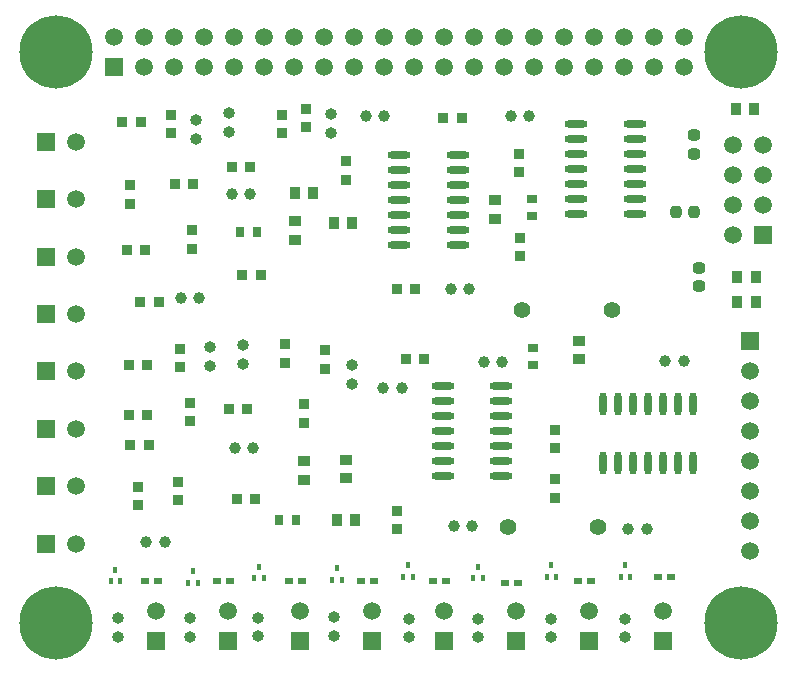
<source format=gbr>
%TF.GenerationSoftware,KiCad,Pcbnew,7.0.1-3b83917a11~172~ubuntu22.04.1*%
%TF.CreationDate,2023-03-24T22:05:32-05:00*%
%TF.ProjectId,pi_hat_forclayton3,70695f68-6174-45f6-966f-72636c617974,rev?*%
%TF.SameCoordinates,Original*%
%TF.FileFunction,Soldermask,Top*%
%TF.FilePolarity,Negative*%
%FSLAX46Y46*%
G04 Gerber Fmt 4.6, Leading zero omitted, Abs format (unit mm)*
G04 Created by KiCad (PCBNEW 7.0.1-3b83917a11~172~ubuntu22.04.1) date 2023-03-24 22:05:32*
%MOMM*%
%LPD*%
G01*
G04 APERTURE LIST*
G04 Aperture macros list*
%AMRoundRect*
0 Rectangle with rounded corners*
0 $1 Rounding radius*
0 $2 $3 $4 $5 $6 $7 $8 $9 X,Y pos of 4 corners*
0 Add a 4 corners polygon primitive as box body*
4,1,4,$2,$3,$4,$5,$6,$7,$8,$9,$2,$3,0*
0 Add four circle primitives for the rounded corners*
1,1,$1+$1,$2,$3*
1,1,$1+$1,$4,$5*
1,1,$1+$1,$6,$7*
1,1,$1+$1,$8,$9*
0 Add four rect primitives between the rounded corners*
20,1,$1+$1,$2,$3,$4,$5,0*
20,1,$1+$1,$4,$5,$6,$7,0*
20,1,$1+$1,$6,$7,$8,$9,0*
20,1,$1+$1,$8,$9,$2,$3,0*%
G04 Aperture macros list end*
%ADD10R,0.419989X0.499999*%
%ADD11R,0.319989X0.499999*%
%ADD12C,6.200013*%
%ADD13RoundRect,0.235001X-0.235000X-0.274993X0.235000X-0.274993X0.235000X0.274993X-0.235000X0.274993X0*%
%ADD14R,0.810006X0.980008*%
%ADD15R,0.870001X0.929996*%
%ADD16O,1.019988X0.940003*%
%ADD17R,0.929996X0.870001*%
%ADD18O,0.940003X1.019988*%
%ADD19R,1.499997X1.499997*%
%ADD20C,1.499997*%
%ADD21R,0.980008X0.810006*%
%ADD22R,0.920013X0.970001*%
%ADD23R,0.699999X0.499999*%
%ADD24O,1.969999X0.599999*%
%ADD25R,0.970001X0.920013*%
%ADD26R,0.920013X0.980008*%
%ADD27RoundRect,0.235001X-0.274993X0.235000X-0.274993X-0.235000X0.274993X-0.235000X0.274993X0.235000X0*%
%ADD28C,1.399997*%
%ADD29R,0.650011X0.899998*%
%ADD30R,0.899998X0.650011*%
%ADD31O,0.599999X1.969999*%
G04 APERTURE END LIST*
D10*
%TO.C,Q1_H7*%
X46472975Y-48031952D03*
D11*
X46072976Y-49032000D03*
X46872974Y-49032000D03*
%TD*%
D12*
%TO.C,*%
X4556600Y-4627771D03*
%TD*%
D13*
%TO.C,R31*%
X57005009Y-18171000D03*
X58584991Y-18171000D03*
%TD*%
D14*
%TO.C,R23_A_IN_1*%
X24766059Y-16520000D03*
X26308042Y-16520000D03*
%TD*%
D15*
%TO.C,R19_A_IN_1*%
X14597017Y-15758000D03*
X16156983Y-15758000D03*
%TD*%
D16*
%TO.C,R1_H8*%
X52696001Y-54143140D03*
X52696001Y-52563159D03*
%TD*%
D12*
%TO.C,*%
X62494000Y-52956148D03*
%TD*%
D17*
%TO.C,R2_A_IN_1*%
X43825000Y-21871983D03*
X43825000Y-20312017D03*
%TD*%
D18*
%TO.C,R20_A_IN_1*%
X32323982Y-10030148D03*
X30744000Y-10030148D03*
%TD*%
D19*
%TO.C,M\u002A1_H8*%
X55890000Y-54496150D03*
D20*
X55890000Y-51956150D03*
%TD*%
D16*
%TO.C,R1_H5*%
X34427000Y-54140042D03*
X34427000Y-52560060D03*
%TD*%
D21*
%TO.C,R23_A_IN_2*%
X25536949Y-40785992D03*
X25536949Y-39243958D03*
%TD*%
D18*
%TO.C,R17_A_IN_1*%
X57695991Y-30731148D03*
X56116009Y-30731148D03*
%TD*%
D22*
%TO.C,C2_A_IN_1*%
X20978005Y-14348148D03*
X19427995Y-14348148D03*
%TD*%
D19*
%TO.C,P3*%
X64399000Y-20076000D03*
D20*
X61859000Y-20076000D03*
X64399000Y-17536000D03*
X61859000Y-17536000D03*
X64399000Y-14996000D03*
X61859000Y-14996000D03*
X64399000Y-12456000D03*
X61859000Y-12456000D03*
%TD*%
D23*
%TO.C,D1_H7*%
X49836012Y-49413000D03*
X48735988Y-49413000D03*
%TD*%
%TO.C,D1_H6*%
X43613012Y-49540000D03*
X42512988Y-49540000D03*
%TD*%
D16*
%TO.C,R12_A_IN_2*%
X20339957Y-29433055D03*
X20339957Y-31013087D03*
%TD*%
D18*
%TO.C,R21_A_IN_1*%
X19413009Y-16634148D03*
X20992991Y-16634148D03*
%TD*%
D24*
%TO.C,U2_A_IN_2*%
X42245983Y-40510097D03*
X42245983Y-39240097D03*
X42245983Y-37970097D03*
X42245983Y-36700097D03*
X42245983Y-35430097D03*
X42245983Y-34160097D03*
X42245983Y-32890097D03*
X37295981Y-32890097D03*
X37295981Y-34160097D03*
X37295981Y-35430097D03*
X37295981Y-36700097D03*
X37295981Y-37970097D03*
X37295981Y-39240097D03*
X37295981Y-40510097D03*
%TD*%
D19*
%TO.C,M\u002A1_H5*%
X37385998Y-54496150D03*
D20*
X37385998Y-51956150D03*
%TD*%
D19*
%TO.C,M\u002A1_H6*%
X43462999Y-54496150D03*
D20*
X43462999Y-51956150D03*
%TD*%
D19*
%TO.C,M\u002A1_H4*%
X31289998Y-54496150D03*
D20*
X31289998Y-51956150D03*
%TD*%
D15*
%TO.C,R22_A_IN_2*%
X34154966Y-30604148D03*
X35714932Y-30604148D03*
%TD*%
D17*
%TO.C,R18_A_IN_2*%
X25537000Y-34408966D03*
X25537000Y-35968932D03*
%TD*%
D25*
%TO.C,C4_A_IN_2*%
X11440051Y-42948954D03*
X11440051Y-41398944D03*
%TD*%
D18*
%TO.C,R27_A_IN_1*%
X15095009Y-25409949D03*
X16674991Y-25409949D03*
%TD*%
D21*
%TO.C,R8_A_IN_2*%
X48787957Y-29071054D03*
X48787957Y-30613088D03*
%TD*%
D24*
%TO.C,U3_A_IN_1*%
X48589024Y-10678000D03*
X48589024Y-11948000D03*
X48589024Y-13218000D03*
X48589024Y-14488000D03*
X48589024Y-15758000D03*
X48589024Y-17028000D03*
X48589024Y-18298000D03*
X53539027Y-18298000D03*
X53539027Y-17028000D03*
X53539027Y-15758000D03*
X53539027Y-14488000D03*
X53539027Y-13218000D03*
X53539027Y-11948000D03*
X53539027Y-10678000D03*
%TD*%
D26*
%TO.C,C7*%
X63777005Y-25791000D03*
X62226995Y-25791000D03*
%TD*%
D18*
%TO.C,R17_A_IN_2*%
X54530947Y-44955148D03*
X52950966Y-44955148D03*
%TD*%
D16*
%TO.C,R26_A_IN_1*%
X27823000Y-9875157D03*
X27823000Y-11455138D03*
%TD*%
D22*
%TO.C,C3_A_IN_2*%
X12224961Y-35303097D03*
X10674952Y-35303097D03*
%TD*%
D17*
%TO.C,R15_A_IN_1*%
X23632000Y-11445131D03*
X23632000Y-9885164D03*
%TD*%
D18*
%TO.C,R5_A_IN_2*%
X38209009Y-44701148D03*
X39789042Y-44701148D03*
%TD*%
D10*
%TO.C,Q1_H8*%
X52733999Y-48032002D03*
D11*
X52334000Y-49032000D03*
X53133998Y-49032000D03*
%TD*%
D17*
%TO.C,R6_A_IN_1*%
X14234000Y-11457983D03*
X14234000Y-9898017D03*
%TD*%
%TO.C,R6_A_IN_2*%
X15005957Y-31257080D03*
X15005957Y-29697063D03*
%TD*%
D26*
%TO.C,C5*%
X63777005Y-23632000D03*
X62226995Y-23632000D03*
%TD*%
D27*
%TO.C,R30*%
X58938000Y-22842009D03*
X58938000Y-24421991D03*
%TD*%
D16*
%TO.C,R1_H4*%
X28077000Y-54012991D03*
X28077000Y-52433009D03*
%TD*%
D17*
%TO.C,R19_A_IN_2*%
X15894957Y-34269114D03*
X15894957Y-35829080D03*
%TD*%
%TO.C,R28_A_IN_1*%
X25664000Y-10950009D03*
X25664000Y-9389991D03*
%TD*%
D10*
%TO.C,Q1_H3*%
X21708001Y-48158952D03*
D11*
X21308002Y-49159000D03*
X22108000Y-49159000D03*
%TD*%
D16*
%TO.C,R4_A_IN_2*%
X17545957Y-29560055D03*
X17545957Y-31140087D03*
%TD*%
D19*
%TO.C,MK3_A_IN_2*%
X3711034Y-36500554D03*
D20*
X6251034Y-36500554D03*
%TD*%
D19*
%TO.C,P2*%
X63256000Y-29093000D03*
D20*
X63256000Y-31633000D03*
X63256000Y-34173000D03*
X63256000Y-36713000D03*
X63256000Y-39253000D03*
X63256000Y-41793000D03*
X63256000Y-44333000D03*
X63256000Y-46873000D03*
%TD*%
D21*
%TO.C,R29_A_IN_2*%
X29093000Y-39117008D03*
X29093000Y-40659042D03*
%TD*%
D19*
%TO.C,M\u002A1_H3*%
X25193998Y-54496150D03*
D20*
X25193998Y-51956150D03*
%TD*%
D15*
%TO.C,R11_A_IN_2*%
X10688008Y-31112097D03*
X12248025Y-31112097D03*
%TD*%
D14*
%TO.C,R16_A_IN_1*%
X28068008Y-19060000D03*
X29609992Y-19060000D03*
%TD*%
D12*
%TO.C,*%
X4494014Y-52956148D03*
%TD*%
D19*
%TO.C,MK4_A_IN_2*%
X3711034Y-46225097D03*
D20*
X6251034Y-46225097D03*
%TD*%
D23*
%TO.C,D1_H4*%
X31421012Y-49413000D03*
X30320988Y-49413000D03*
%TD*%
D17*
%TO.C,R15_A_IN_2*%
X23886000Y-30888932D03*
X23886000Y-29328915D03*
%TD*%
D23*
%TO.C,D1_H8*%
X56567012Y-49032000D03*
X55466988Y-49032000D03*
%TD*%
D18*
%TO.C,R5_A_IN_1*%
X37955009Y-24635148D03*
X39534991Y-24635148D03*
%TD*%
D16*
%TO.C,R1_H2*%
X15847002Y-54127138D03*
X15847002Y-52547157D03*
%TD*%
D17*
%TO.C,R2_A_IN_2*%
X46746000Y-42319034D03*
X46746000Y-40759017D03*
%TD*%
D28*
%TO.C,R14_A_IN_1*%
X51572000Y-26426000D03*
X43952000Y-26426000D03*
%TD*%
D19*
%TO.C,M\u002A1_H2*%
X19060000Y-54496150D03*
D20*
X19060000Y-51956150D03*
%TD*%
D29*
%TO.C,R9_A_IN_2*%
X23415033Y-44206051D03*
X24865018Y-44206051D03*
%TD*%
%TO.C,R9_A_IN_1*%
X20112982Y-19822000D03*
X21563018Y-19822000D03*
%TD*%
D16*
%TO.C,R1_H7*%
X46473001Y-54143140D03*
X46473001Y-52563159D03*
%TD*%
%TO.C,R26_A_IN_2*%
X29601051Y-31084106D03*
X29601051Y-32664138D03*
%TD*%
D18*
%TO.C,R20_A_IN_2*%
X33789511Y-33041125D03*
X32209529Y-33041125D03*
%TD*%
D23*
%TO.C,D1_H3*%
X25325012Y-49413000D03*
X24224988Y-49413000D03*
%TD*%
D25*
%TO.C,C3_A_IN_1*%
X10805051Y-17422005D03*
X10805051Y-15871995D03*
%TD*%
D16*
%TO.C,R1_H3*%
X21601422Y-54049923D03*
X21601422Y-52469941D03*
%TD*%
D17*
%TO.C,R18_A_IN_1*%
X29093000Y-13834966D03*
X29093000Y-15394932D03*
%TD*%
D19*
%TO.C,P1*%
X9426593Y-5897771D03*
D20*
X9426593Y-3357771D03*
X11966593Y-5897771D03*
X11966593Y-3357771D03*
X14506593Y-5897771D03*
X14506593Y-3357771D03*
X17046593Y-5897771D03*
X17046593Y-3357771D03*
X19586593Y-5897771D03*
X19586593Y-3357771D03*
X22126593Y-5897771D03*
X22126593Y-3357771D03*
X24666593Y-5897771D03*
X24666593Y-3357771D03*
X27206593Y-5897771D03*
X27206593Y-3357771D03*
X29746593Y-5897771D03*
X29746593Y-3357771D03*
X32286593Y-5897771D03*
X32286593Y-3357771D03*
X34826593Y-5897771D03*
X34826593Y-3357771D03*
X37366593Y-5897771D03*
X37366593Y-3357771D03*
X39906593Y-5897771D03*
X39906593Y-3357771D03*
X42446593Y-5897771D03*
X42446593Y-3357771D03*
X44986593Y-5897771D03*
X44986593Y-3357771D03*
X47526593Y-5897771D03*
X47526593Y-3357771D03*
X50066593Y-5897771D03*
X50066593Y-3357771D03*
X52606593Y-5897771D03*
X52606593Y-3357771D03*
X55146593Y-5897771D03*
X55146593Y-3357771D03*
X57686593Y-5897771D03*
X57686593Y-3357771D03*
%TD*%
D19*
%TO.C,M\u002A1_H7*%
X49685999Y-54496150D03*
D20*
X49685999Y-51956150D03*
%TD*%
D28*
%TO.C,R14_A_IN_2*%
X50456991Y-44828097D03*
X42836991Y-44828097D03*
%TD*%
D22*
%TO.C,C1_A_IN_2*%
X12369995Y-37843097D03*
X10819986Y-37843097D03*
%TD*%
D15*
%TO.C,R11_A_IN_1*%
X10152017Y-10550949D03*
X11711983Y-10550949D03*
%TD*%
%TO.C,R3_A_IN_1*%
X20312017Y-23504949D03*
X21871983Y-23504949D03*
%TD*%
D17*
%TO.C,R10_A_IN_2*%
X46746051Y-36555114D03*
X46746051Y-38115131D03*
%TD*%
D18*
%TO.C,R13_A_IN_2*%
X40749009Y-30871000D03*
X42329042Y-30871000D03*
%TD*%
D19*
%TO.C,MK2_A_IN_2*%
X3711034Y-31638284D03*
D20*
X6251034Y-31638284D03*
%TD*%
D15*
%TO.C,R3_A_IN_2*%
X19822000Y-42428000D03*
X21382017Y-42428000D03*
%TD*%
D16*
%TO.C,R1_H1*%
X9751002Y-54127138D03*
X9751002Y-52547157D03*
%TD*%
%TO.C,R4_A_IN_1*%
X16393000Y-10383157D03*
X16393000Y-11963138D03*
%TD*%
%TO.C,R12_A_IN_1*%
X19187000Y-9748157D03*
X19187000Y-11328138D03*
%TD*%
D19*
%TO.C,M\u002A1_H1*%
X12964000Y-54496150D03*
D20*
X12964000Y-51956150D03*
%TD*%
D14*
%TO.C,R16_A_IN_2*%
X28322008Y-44206051D03*
X29864042Y-44206051D03*
%TD*%
D23*
%TO.C,D1_H2*%
X19229012Y-49413000D03*
X18128988Y-49413000D03*
%TD*%
D10*
%TO.C,Q1_H1*%
X9553999Y-48412951D03*
D11*
X9154000Y-49413000D03*
X9953998Y-49413000D03*
%TD*%
D10*
%TO.C,Q1_H6*%
X40249975Y-48158952D03*
D11*
X39849976Y-49159000D03*
X40649974Y-49159000D03*
%TD*%
D19*
%TO.C,MK1_A_IN_2*%
X3711034Y-41362825D03*
D20*
X6251034Y-41362825D03*
%TD*%
D19*
%TO.C,MK1_A_IN_1*%
X3711034Y-21913690D03*
D20*
X6251034Y-21913690D03*
%TD*%
D19*
%TO.C,MK4_A_IN_1*%
X3711034Y-26776012D03*
D20*
X6251034Y-26776012D03*
%TD*%
D18*
%TO.C,R21_A_IN_2*%
X19666958Y-38109949D03*
X21246991Y-38109949D03*
%TD*%
D23*
%TO.C,D1_H1*%
X13133012Y-49413000D03*
X12032988Y-49413000D03*
%TD*%
D17*
%TO.C,R10_A_IN_1*%
X43698000Y-13199966D03*
X43698000Y-14759932D03*
%TD*%
%TO.C,R25_A_IN_1*%
X16012000Y-21236983D03*
X16012000Y-19677017D03*
%TD*%
D10*
%TO.C,Q1_H5*%
X34318999Y-48031951D03*
D11*
X33919000Y-49032000D03*
X34719049Y-49032000D03*
%TD*%
D10*
%TO.C,Q1_H4*%
X28331025Y-48270000D03*
D11*
X27931026Y-49270048D03*
X28731024Y-49270048D03*
%TD*%
D26*
%TO.C,C6*%
X63650005Y-9408000D03*
X62099995Y-9408000D03*
%TD*%
D22*
%TO.C,C4_A_IN_1*%
X13231005Y-25791000D03*
X11680995Y-25791000D03*
%TD*%
D24*
%TO.C,U2_A_IN_1*%
X38552976Y-20964949D03*
X38552976Y-19694949D03*
X38552976Y-18424949D03*
X38552976Y-17154949D03*
X38552976Y-15884949D03*
X38552976Y-14614949D03*
X38552976Y-13344949D03*
X33603024Y-13344949D03*
X33603024Y-14614949D03*
X33603024Y-15884949D03*
X33603024Y-17154949D03*
X33603024Y-18424949D03*
X33603024Y-19694949D03*
X33603024Y-20964949D03*
%TD*%
D18*
%TO.C,R13_A_IN_1*%
X43035009Y-10042949D03*
X44614991Y-10042949D03*
%TD*%
D22*
%TO.C,C1_A_IN_1*%
X12088005Y-21345949D03*
X10537995Y-21345949D03*
%TD*%
D17*
%TO.C,R24_A_IN_2*%
X33411000Y-44985983D03*
X33411000Y-43426017D03*
%TD*%
D30*
%TO.C,R7_A_IN_1*%
X44841000Y-18478036D03*
X44841000Y-17028000D03*
%TD*%
D17*
%TO.C,R25_A_IN_2*%
X14869000Y-41000164D03*
X14869000Y-42560131D03*
%TD*%
D27*
%TO.C,R32*%
X58525098Y-11643530D03*
X58525098Y-13223512D03*
%TD*%
D15*
%TO.C,R24_A_IN_1*%
X33393068Y-24648000D03*
X34953085Y-24648000D03*
%TD*%
D22*
%TO.C,C2_A_IN_2*%
X20723979Y-34807975D03*
X19173970Y-34807975D03*
%TD*%
D19*
%TO.C,MK2_A_IN_1*%
X3711034Y-12189147D03*
D20*
X6251034Y-12189147D03*
%TD*%
D17*
%TO.C,R28_A_IN_2*%
X27315051Y-31396983D03*
X27315051Y-29837017D03*
%TD*%
D15*
%TO.C,R22_A_IN_1*%
X37330017Y-10170000D03*
X38889983Y-10170000D03*
%TD*%
D23*
%TO.C,D1_H5*%
X37517012Y-49413000D03*
X36416988Y-49413000D03*
%TD*%
D10*
%TO.C,Q1_H2*%
X16120001Y-48539952D03*
D11*
X15720002Y-49540000D03*
X16520000Y-49540000D03*
%TD*%
D18*
%TO.C,R27_A_IN_2*%
X12174009Y-46110898D03*
X13753991Y-46110898D03*
%TD*%
D19*
%TO.C,MK3_A_IN_1*%
X3711034Y-17051419D03*
D20*
X6251034Y-17051419D03*
%TD*%
D21*
%TO.C,R8_A_IN_1*%
X41666000Y-17145958D03*
X41666000Y-18687941D03*
%TD*%
D12*
%TO.C,*%
X62556586Y-4627771D03*
%TD*%
D30*
%TO.C,R7_A_IN_2*%
X44911993Y-31075114D03*
X44911993Y-29625130D03*
%TD*%
D31*
%TO.C,U3_A_IN_2*%
X58430000Y-34427000D03*
X57160000Y-34427000D03*
X55890000Y-34427000D03*
X54620000Y-34427000D03*
X53350000Y-34427000D03*
X52080000Y-34427000D03*
X50810000Y-34427000D03*
X50810000Y-39376952D03*
X52080000Y-39376952D03*
X53350000Y-39376952D03*
X54620000Y-39376952D03*
X55890000Y-39376952D03*
X57160000Y-39376952D03*
X58430000Y-39376952D03*
%TD*%
D21*
%TO.C,R29_A_IN_1*%
X24775000Y-18924008D03*
X24775000Y-20465992D03*
%TD*%
D16*
%TO.C,R1_H6*%
X40250001Y-54143140D03*
X40250001Y-52563158D03*
%TD*%
M02*

</source>
